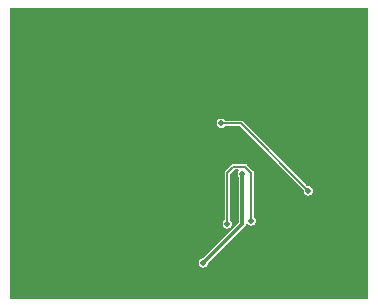
<source format=gbl>
%TF.GenerationSoftware,KiCad,Pcbnew,7.0.1-0*%
%TF.CreationDate,2023-04-04T18:33:11-07:00*%
%TF.ProjectId,ULD_Test_Board,554c445f-5465-4737-945f-426f6172642e,A*%
%TF.SameCoordinates,Original*%
%TF.FileFunction,Copper,L2,Bot*%
%TF.FilePolarity,Positive*%
%FSLAX46Y46*%
G04 Gerber Fmt 4.6, Leading zero omitted, Abs format (unit mm)*
G04 Created by KiCad (PCBNEW 7.0.1-0) date 2023-04-04 18:33:11*
%MOMM*%
%LPD*%
G01*
G04 APERTURE LIST*
%TA.AperFunction,ViaPad*%
%ADD10C,0.508000*%
%TD*%
%TA.AperFunction,Conductor*%
%ADD11C,0.152400*%
%TD*%
%TA.AperFunction,Conductor*%
%ADD12C,0.304800*%
%TD*%
G04 APERTURE END LIST*
D10*
%TO.N,VDD*%
X44196000Y-44069000D03*
X46228000Y-43815000D03*
%TO.N,GND*%
X44831000Y-36195000D03*
X39497000Y-37719000D03*
X44831000Y-36830000D03*
X39497000Y-38354000D03*
X44831000Y-38100000D03*
X39497000Y-37084000D03*
X44831000Y-37465000D03*
X39497000Y-38989000D03*
%TO.N,Net-(D1-K)*%
X45466000Y-39878000D03*
X42164000Y-47371000D03*
%TO.N,GNDA*%
X51054000Y-41275000D03*
X43688000Y-35560000D03*
%TD*%
D11*
%TO.N,VDD*%
X44196000Y-44069000D02*
X44196000Y-39751000D01*
X44704000Y-39243000D02*
X45720000Y-39243000D01*
X46228000Y-39751000D02*
X46228000Y-43815000D01*
X45720000Y-39243000D02*
X46228000Y-39751000D01*
X44196000Y-39751000D02*
X44704000Y-39243000D01*
D12*
%TO.N,Net-(D1-K)*%
X42164000Y-47371000D02*
X45466000Y-44069000D01*
X45466000Y-44069000D02*
X45466000Y-39878000D01*
D11*
%TO.N,GNDA*%
X45339000Y-35560000D02*
X43688000Y-35560000D01*
X51054000Y-41275000D02*
X45339000Y-35560000D01*
%TD*%
%TA.AperFunction,Conductor*%
%TO.N,GND*%
G36*
X56095900Y-25791575D02*
G01*
X56123425Y-25819100D01*
X56133500Y-25856700D01*
X56133500Y-50343300D01*
X56123425Y-50380900D01*
X56095900Y-50408425D01*
X56058300Y-50418500D01*
X25856700Y-50418500D01*
X25819100Y-50408425D01*
X25791575Y-50380900D01*
X25781500Y-50343300D01*
X25781500Y-47371000D01*
X41752028Y-47371000D01*
X41772190Y-47498305D01*
X41830709Y-47613153D01*
X41921846Y-47704290D01*
X41921848Y-47704291D01*
X41921849Y-47704292D01*
X42036694Y-47762809D01*
X42164000Y-47782972D01*
X42291306Y-47762809D01*
X42406151Y-47704292D01*
X42497292Y-47613151D01*
X42555809Y-47498306D01*
X42568426Y-47418641D01*
X42589523Y-47377234D01*
X45637988Y-44328769D01*
X45650545Y-44319734D01*
X45653168Y-44316856D01*
X45653171Y-44316855D01*
X45685716Y-44281153D01*
X45688073Y-44278684D01*
X45701883Y-44264876D01*
X45702940Y-44263332D01*
X45709405Y-44255167D01*
X45730067Y-44232504D01*
X45734736Y-44220449D01*
X45742820Y-44205115D01*
X45750124Y-44194454D01*
X45757144Y-44164602D01*
X45760221Y-44154665D01*
X45771300Y-44126070D01*
X45771300Y-44115292D01*
X45783973Y-44073513D01*
X45817722Y-44045816D01*
X45861171Y-44041537D01*
X45899674Y-44062118D01*
X45985846Y-44148290D01*
X45985848Y-44148291D01*
X45985849Y-44148292D01*
X46100694Y-44206809D01*
X46228000Y-44226972D01*
X46355306Y-44206809D01*
X46470151Y-44148292D01*
X46561292Y-44057151D01*
X46619809Y-43942306D01*
X46639972Y-43815000D01*
X46619809Y-43687694D01*
X46561292Y-43572849D01*
X46561291Y-43572848D01*
X46561290Y-43572846D01*
X46479126Y-43490682D01*
X46462824Y-43466286D01*
X46457100Y-43437508D01*
X46457100Y-39758959D01*
X46457203Y-39755024D01*
X46458052Y-39738819D01*
X46459334Y-39714360D01*
X46450465Y-39691257D01*
X46447115Y-39679947D01*
X46441969Y-39655735D01*
X46436894Y-39648750D01*
X46427526Y-39631498D01*
X46424432Y-39623435D01*
X46406926Y-39605929D01*
X46399268Y-39596962D01*
X46384722Y-39576942D01*
X46377245Y-39572625D01*
X46361671Y-39560674D01*
X45887630Y-39086633D01*
X45884920Y-39083778D01*
X45870943Y-39068255D01*
X45857670Y-39053514D01*
X45857669Y-39053513D01*
X45835058Y-39043445D01*
X45824692Y-39037817D01*
X45803935Y-39024338D01*
X45795402Y-39022986D01*
X45776586Y-39017412D01*
X45768697Y-39013900D01*
X45743946Y-39013900D01*
X45732182Y-39012974D01*
X45729830Y-39012601D01*
X45707742Y-39009102D01*
X45699401Y-39011338D01*
X45679938Y-39013900D01*
X44711959Y-39013900D01*
X44708024Y-39013797D01*
X44667361Y-39011666D01*
X44667360Y-39011666D01*
X44644248Y-39020536D01*
X44632945Y-39023884D01*
X44608733Y-39029031D01*
X44601746Y-39034107D01*
X44584501Y-39043471D01*
X44576435Y-39046567D01*
X44558929Y-39064072D01*
X44549961Y-39071731D01*
X44529941Y-39086276D01*
X44525624Y-39093755D01*
X44513674Y-39109327D01*
X44039631Y-39583370D01*
X44036778Y-39586079D01*
X44006514Y-39613330D01*
X43996447Y-39635938D01*
X43990821Y-39646299D01*
X43977338Y-39667064D01*
X43975986Y-39675597D01*
X43970414Y-39694409D01*
X43966900Y-39702303D01*
X43966900Y-39727054D01*
X43965974Y-39738819D01*
X43962102Y-39763257D01*
X43964338Y-39771599D01*
X43966900Y-39791062D01*
X43966900Y-43691508D01*
X43961176Y-43720286D01*
X43944874Y-43744682D01*
X43862709Y-43826846D01*
X43804190Y-43941694D01*
X43784028Y-44068999D01*
X43804190Y-44196305D01*
X43862709Y-44311153D01*
X43953846Y-44402290D01*
X43953848Y-44402291D01*
X43953849Y-44402292D01*
X44068694Y-44460809D01*
X44196000Y-44480972D01*
X44323306Y-44460809D01*
X44438151Y-44402292D01*
X44529292Y-44311151D01*
X44587809Y-44196306D01*
X44607972Y-44069000D01*
X44587809Y-43941694D01*
X44529292Y-43826849D01*
X44529291Y-43826848D01*
X44529290Y-43826846D01*
X44447126Y-43744682D01*
X44430824Y-43720286D01*
X44425100Y-43691508D01*
X44425100Y-39877044D01*
X44430824Y-39848266D01*
X44447126Y-39823870D01*
X44776870Y-39494126D01*
X44801266Y-39477824D01*
X44830044Y-39472100D01*
X45114908Y-39472100D01*
X45156687Y-39484773D01*
X45184384Y-39518522D01*
X45188663Y-39561971D01*
X45168082Y-39600474D01*
X45132709Y-39635846D01*
X45074190Y-39750694D01*
X45054028Y-39878000D01*
X45074190Y-40005305D01*
X45132709Y-40120153D01*
X45138674Y-40126118D01*
X45154976Y-40150514D01*
X45160700Y-40179292D01*
X45160700Y-43911393D01*
X45154976Y-43940171D01*
X45138674Y-43964567D01*
X42157766Y-46945473D01*
X42116356Y-46966573D01*
X42036695Y-46979190D01*
X41921846Y-47037709D01*
X41830709Y-47128846D01*
X41772190Y-47243694D01*
X41752028Y-47371000D01*
X25781500Y-47371000D01*
X25781500Y-35559999D01*
X43276028Y-35559999D01*
X43296190Y-35687305D01*
X43354709Y-35802153D01*
X43445846Y-35893290D01*
X43445848Y-35893291D01*
X43445849Y-35893292D01*
X43560694Y-35951809D01*
X43688000Y-35971972D01*
X43815306Y-35951809D01*
X43930151Y-35893292D01*
X43930152Y-35893290D01*
X44012318Y-35811126D01*
X44036714Y-35794824D01*
X44065492Y-35789100D01*
X45212956Y-35789100D01*
X45241734Y-35794824D01*
X45266130Y-35811126D01*
X50626962Y-41171958D01*
X50645307Y-41201893D01*
X50648062Y-41236894D01*
X50642027Y-41274998D01*
X50662190Y-41402305D01*
X50720709Y-41517153D01*
X50811846Y-41608290D01*
X50811848Y-41608291D01*
X50811849Y-41608292D01*
X50926694Y-41666809D01*
X51054000Y-41686972D01*
X51181306Y-41666809D01*
X51296151Y-41608292D01*
X51387292Y-41517151D01*
X51445809Y-41402306D01*
X51465972Y-41275000D01*
X51445809Y-41147694D01*
X51387292Y-41032849D01*
X51387291Y-41032848D01*
X51387290Y-41032846D01*
X51296153Y-40941709D01*
X51181305Y-40883190D01*
X51053998Y-40863027D01*
X51015894Y-40869062D01*
X50980893Y-40866307D01*
X50950958Y-40847962D01*
X45506630Y-35403633D01*
X45503920Y-35400778D01*
X45476669Y-35370513D01*
X45454058Y-35360445D01*
X45443692Y-35354817D01*
X45422935Y-35341338D01*
X45414402Y-35339986D01*
X45395586Y-35334412D01*
X45387697Y-35330900D01*
X45362946Y-35330900D01*
X45351182Y-35329974D01*
X45348830Y-35329601D01*
X45326742Y-35326102D01*
X45318401Y-35328338D01*
X45298938Y-35330900D01*
X44065492Y-35330900D01*
X44036714Y-35325176D01*
X44012318Y-35308874D01*
X43930153Y-35226709D01*
X43815305Y-35168190D01*
X43708161Y-35151221D01*
X43688000Y-35148028D01*
X43687999Y-35148028D01*
X43560694Y-35168190D01*
X43445846Y-35226709D01*
X43354709Y-35317846D01*
X43296190Y-35432694D01*
X43276028Y-35559999D01*
X25781500Y-35559999D01*
X25781500Y-25856700D01*
X25791575Y-25819100D01*
X25819100Y-25791575D01*
X25856700Y-25781500D01*
X56058300Y-25781500D01*
X56095900Y-25791575D01*
G37*
%TD.AperFunction*%
%TD*%
M02*

</source>
